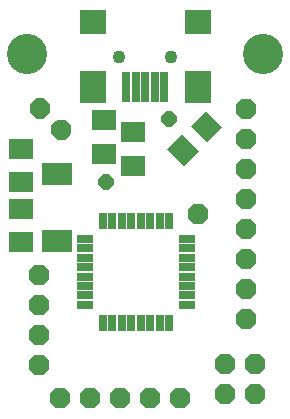
<source format=gts>
G75*
G70*
%OFA0B0*%
%FSLAX24Y24*%
%IPPOS*%
%LPD*%
%AMOC8*
5,1,8,0,0,1.08239X$1,22.5*
%
%ADD10C,0.1340*%
%ADD11R,0.0580X0.0280*%
%ADD12R,0.0280X0.0580*%
%ADD13R,0.0790X0.0710*%
%ADD14R,0.0710X0.0789*%
%ADD15OC8,0.0680*%
%ADD16C,0.0136*%
%ADD17R,0.0789X0.0710*%
%ADD18R,0.0867X0.0789*%
%ADD19C,0.0434*%
%ADD20R,0.0867X0.1064*%
%ADD21R,0.0277X0.0986*%
%ADD22R,0.1025X0.0749*%
%ADD23OC8,0.0516*%
D10*
X001468Y012906D03*
X009342Y012906D03*
D11*
X006788Y006756D03*
X006788Y006441D03*
X006788Y006126D03*
X006788Y005811D03*
X006788Y005496D03*
X006788Y005181D03*
X006788Y004866D03*
X006788Y004551D03*
X003408Y004551D03*
X003408Y004866D03*
X003408Y005181D03*
X003408Y005496D03*
X003408Y005811D03*
X003408Y006126D03*
X003408Y006441D03*
X003408Y006756D03*
D12*
X003996Y007344D03*
X004311Y007344D03*
X004626Y007344D03*
X004940Y007344D03*
X005255Y007344D03*
X005570Y007344D03*
X005885Y007344D03*
X006200Y007344D03*
X006200Y003964D03*
X005885Y003964D03*
X005570Y003964D03*
X005255Y003964D03*
X004940Y003964D03*
X004626Y003964D03*
X004311Y003964D03*
X003996Y003964D03*
D13*
X005011Y009196D03*
X005011Y010316D03*
X004047Y010709D03*
X004047Y009590D03*
D14*
G36*
X006140Y009747D02*
X006642Y010249D01*
X007198Y009693D01*
X006696Y009191D01*
X006140Y009747D01*
G37*
G36*
X006919Y010527D02*
X007421Y011029D01*
X007977Y010473D01*
X007475Y009971D01*
X006919Y010527D01*
G37*
D15*
X001862Y002547D03*
X001862Y003547D03*
X001862Y004547D03*
X001862Y005547D03*
X002578Y001449D03*
X003578Y001449D03*
X004578Y001449D03*
X005578Y001449D03*
X006578Y001449D03*
X008055Y001579D03*
X008055Y002579D03*
X009055Y002579D03*
X009055Y001579D03*
X008751Y004091D03*
X008751Y005091D03*
X008751Y006091D03*
X008751Y007091D03*
X008751Y008091D03*
X008751Y009091D03*
X008751Y010091D03*
X008751Y011091D03*
X007177Y007591D03*
D16*
X002406Y010342D02*
X002338Y010274D01*
X002338Y010500D01*
X002496Y010658D01*
X002722Y010658D01*
X002880Y010500D01*
X002880Y010274D01*
X002722Y010116D01*
X002496Y010116D01*
X002338Y010274D01*
X002440Y010317D01*
X002440Y010457D01*
X002539Y010556D01*
X002679Y010556D01*
X002778Y010457D01*
X002778Y010317D01*
X002679Y010218D01*
X002539Y010218D01*
X002440Y010317D01*
X002542Y010359D01*
X002542Y010415D01*
X002581Y010454D01*
X002637Y010454D01*
X002676Y010415D01*
X002676Y010359D01*
X002637Y010320D01*
X002581Y010320D01*
X002542Y010359D01*
X001699Y011049D02*
X001631Y010981D01*
X001631Y011207D01*
X001789Y011365D01*
X002015Y011365D01*
X002173Y011207D01*
X002173Y010981D01*
X002015Y010823D01*
X001789Y010823D01*
X001631Y010981D01*
X001733Y011024D01*
X001733Y011164D01*
X001832Y011263D01*
X001972Y011263D01*
X002071Y011164D01*
X002071Y011024D01*
X001972Y010925D01*
X001832Y010925D01*
X001733Y011024D01*
X001835Y011066D01*
X001835Y011122D01*
X001874Y011161D01*
X001930Y011161D01*
X001969Y011122D01*
X001969Y011066D01*
X001930Y011027D01*
X001874Y011027D01*
X001835Y011066D01*
D17*
X001271Y009756D03*
X001271Y008654D03*
X001271Y007748D03*
X001271Y006646D03*
D18*
X003653Y013992D03*
X007157Y013992D03*
D19*
X006271Y012811D03*
X004539Y012811D03*
D20*
X003653Y011827D03*
X007157Y011827D03*
D21*
X006035Y011827D03*
X005720Y011827D03*
X005405Y011827D03*
X005090Y011827D03*
X004775Y011827D03*
D22*
X002452Y008909D03*
X002452Y006665D03*
D23*
X004086Y008634D03*
X006192Y010740D03*
M02*

</source>
